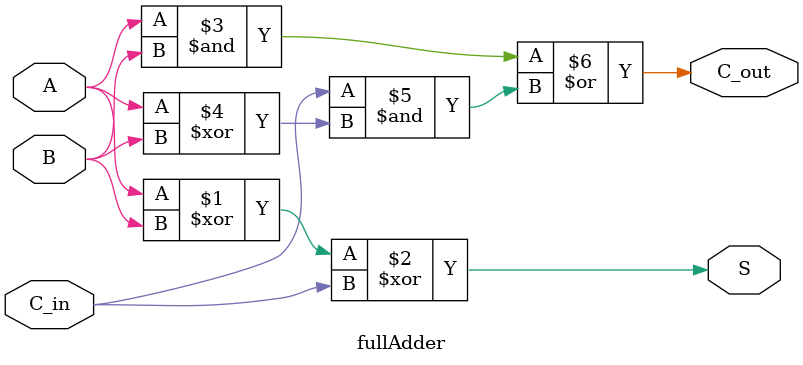
<source format=v>
module Lab2_140L (
 input wire Gl_rst,                  // reset signal (active high)
 input wire clk,                     // global clock
 input wire Gl_adder_start,          // r1, r2, OP are ready  
 input wire Gl_subtract,             // subtract (active high)
 input wire [7:0] Gl_r1           , // 8bit number 1
 input wire [7:0] Gl_r2           , // 8bit number 1
 output wire [7:0] L2_adder_data   ,   // 8 bit ascii sum
 output wire L2_adder_rdy          , //pulse
 output wire [7:0] L2_led);
 

 wire [3:0] Gl_r2_new; //
 wire S1;
 wire S2;
 wire S3;
 wire S4;
 wire C_out1;
 wire C_out2;
 wire C_out3;
 wire C_out4;
 reg [7:0] result_temp;
 reg [7:0] neg;
 
 assign Gl_r2_new[0] = Gl_subtract ^ Gl_r2[0];
 assign Gl_r2_new[1] = Gl_subtract ^ Gl_r2[1];
 assign Gl_r2_new[2] = Gl_subtract ^ Gl_r2[2];
 assign Gl_r2_new[3] = Gl_subtract ^ Gl_r2[3];
 
	fullAdder f1(
         .A(Gl_r1[0]),
			.B(Gl_r2_new[0]),
			.C_in(Gl_subtract),
			.S(S1),
			.C_out(C_out1));
			

			
	fullAdder f2(
         .A(Gl_r1[1]),
			.B(Gl_r2_new[1]),
			.C_in(C_out1),
			.S(S2),
			.C_out(C_out2));
			
	fullAdder f3(
        .A(Gl_r1[2]),
			.B(Gl_r2_new[2]),
			.C_in(C_out2),
			.S(S3),
			.C_out(C_out3));
			
	fullAdder f4(
         .A(Gl_r1[3]),
			.B(Gl_r2_new[3]),
			.C_in(C_out3),
			.S(S4),
			.C_out(C_out4));

	
	sigDelay sDelay(
				.sigOut(L2_adder_rdy),
				.sigIn(Gl_adder_start),
				.clk(clk),
				.rst(Gl_rst)
				);
	
	
	assign L2_led = {1'b0,1'b0,1'b0, C_out4 ^ Gl_subtract, S4,S3,S2,S1};
	
	
	
	always @ (*) begin
	 if(C_out4) begin // carry out == 0
		
		result_temp = { 1'b0, 1'b1, 1'b0,1'b1, S4, S3, S2, S1};
		if(Gl_subtract)begin
			result_temp = { 1'b0, 1'b0, 1'b1, 1'b1, S4, S3, S2, S1};
		end
		
	 end else begin
		result_temp = { 1'b0, 1'b0, 1'b1, 1'b1, S4, S3, S2, S1};
		if(Gl_subtract)begin
			result_temp = { 1'b0, 1'b1, 1'b0, 1'b1, S4, S3, S2, S1};
		end
	 end
	 
		end  
	 
	 assign L2_adder_data = {result_temp[7],result_temp[6],result_temp[5],result_temp[4],result_temp[3],result_temp[2],result_temp[1],result_temp[0]};
	
	   
endmodule

module sigDelay(
		  output      sigOut,
		  input       sigIn,
		  input       clk,
		  input       rst);

   parameter delayVal = 4;
   reg [15:0] 		      delayReg;


   always @(posedge clk) begin
      if (rst)
	delayReg <= 16'b0;
      else begin
	 delayReg <= {delayReg[14:0], sigIn};
      end
   end

   assign sigOut = delayReg[delayVal];
endmodule // sigDelay


module fullAdder(
         input A,
			input B,
			input C_in,
			output S,
			output C_out);

	
	assign S = (A ^ B) ^ C_in;
	assign C_out = (A & B) | C_in & (A ^ B);
endmodule 


//endmodule
		
</source>
